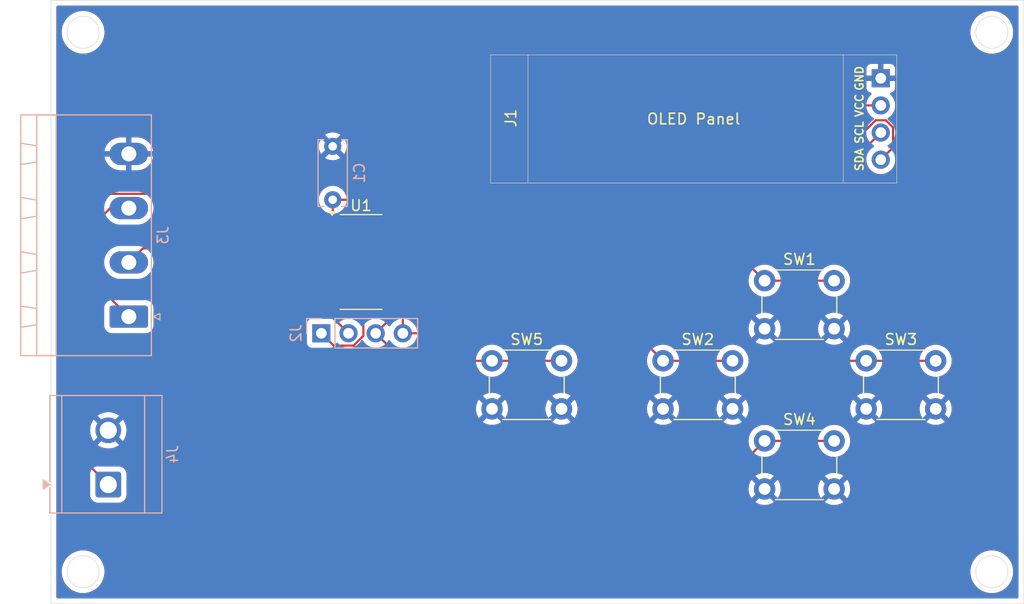
<source format=kicad_pcb>
(kicad_pcb (version 20241229) (generator "pcbnew") (generator_version "9.0")
  (layers (0 "F.Cu" signal) (2 "B.Cu" signal) (13 "F.Paste" user) (15 "B.Paste" user) (5 "F.SilkS" user "F.Silkscreen") (7 "B.SilkS" user "B.Silkscreen") (1 "F.Mask" user) (3 "B.Mask" user) (25 "Edge.Cuts" user))
  (net 0 "")
  (net 1 "+5V")
  (net 2 "GND")
  (net 3 "/OLED_SDA")
  (net 4 "/OLED_SCL")
  (net 5 "/SW3")
  (net 6 "/SW5")
  (net 7 "Net-(J2-Pin_1)")
  (net 8 "/SW4")
  (net 9 "/MUTE")
  (net 10 "/CTRL_B")
  (net 11 "/CTRL_A")
  (net 12 "/SW1")
  (net 13 "/SW2")
  (footprint "Button_Switch_THT:SW_PUSH_6mm" (layer "F.Cu") (at 166.75 82.25)
    (property "Reference" "SW1" (at 3.25 -2 0) (layer "F.SilkS"))
    (property "Value" "SW_Push")
    (fp_line (start -0.25 1.5) (end -0.25 3) (stroke (width 0.12)) (layer "F.SilkS"))
    (fp_line (start 1 5.5) (end 5.5 5.5) (stroke (width 0.12)) (layer "F.SilkS"))
    (fp_line (start 5.5 -1) (end 1 -1) (stroke (width 0.12)) (layer "F.SilkS"))
    (fp_line (start 6.75 3) (end 6.75 1.5) (stroke (width 0.12)) (layer "F.SilkS"))
    (pad "1" thru_hole circle (at 0 0 90) (size 2 2) (drill 1.1) (layers "*.Cu" "*.Mask") (net 12 "/SW1"))
    (pad "1" thru_hole circle (at 6.5 0 90) (size 2 2) (drill 1.1) (layers "*.Cu" "*.Mask") (net 12 "/SW1"))
    (pad "2" thru_hole circle (at 0 4.5 90) (size 2 2) (drill 1.1) (layers "*.Cu" "*.Mask") (net 2 "GND"))
    (pad "2" thru_hole circle (at 6.5 4.5 90) (size 2 2) (drill 1.1) (layers "*.Cu" "*.Mask") (net 2 "GND"))
  )
  (footprint "Button_Switch_THT:SW_PUSH_6mm" (layer "F.Cu") (at 141.25 89.75)
    (property "Reference" "SW5" (at 3.25 -2 0) (layer "F.SilkS"))
    (property "Value" "SW_Push")
    (fp_line (start -0.25 1.5) (end -0.25 3) (stroke (width 0.12)) (layer "F.SilkS"))
    (fp_line (start 1 5.5) (end 5.5 5.5) (stroke (width 0.12)) (layer "F.SilkS"))
    (fp_line (start 5.5 -1) (end 1 -1) (stroke (width 0.12)) (layer "F.SilkS"))
    (fp_line (start 6.75 3) (end 6.75 1.5) (stroke (width 0.12)) (layer "F.SilkS"))
    (pad "1" thru_hole circle (at 0 0 90) (size 2 2) (drill 1.1) (layers "*.Cu" "*.Mask") (net 6 "/SW5"))
    (pad "1" thru_hole circle (at 6.5 0 90) (size 2 2) (drill 1.1) (layers "*.Cu" "*.Mask") (net 6 "/SW5"))
    (pad "2" thru_hole circle (at 0 4.5 90) (size 2 2) (drill 1.1) (layers "*.Cu" "*.Mask") (net 2 "GND"))
    (pad "2" thru_hole circle (at 6.5 4.5 90) (size 2 2) (drill 1.1) (layers "*.Cu" "*.Mask") (net 2 "GND"))
  )
  (footprint "Button_Switch_THT:SW_PUSH_6mm" (layer "F.Cu") (at 157.25 89.75)
    (property "Reference" "SW2" (at 3.25 -2 0) (layer "F.SilkS"))
    (property "Value" "SW_Push")
    (fp_line (start -0.25 1.5) (end -0.25 3) (stroke (width 0.12)) (layer "F.SilkS"))
    (fp_line (start 1 5.5) (end 5.5 5.5) (stroke (width 0.12)) (layer "F.SilkS"))
    (fp_line (start 5.5 -1) (end 1 -1) (stroke (width 0.12)) (layer "F.SilkS"))
    (fp_line (start 6.75 3) (end 6.75 1.5) (stroke (width 0.12)) (layer "F.SilkS"))
    (pad "1" thru_hole circle (at 0 0 90) (size 2 2) (drill 1.1) (layers "*.Cu" "*.Mask") (net 13 "/SW2"))
    (pad "1" thru_hole circle (at 6.5 0 90) (size 2 2) (drill 1.1) (layers "*.Cu" "*.Mask") (net 13 "/SW2"))
    (pad "2" thru_hole circle (at 0 4.5 90) (size 2 2) (drill 1.1) (layers "*.Cu" "*.Mask") (net 2 "GND"))
    (pad "2" thru_hole circle (at 6.5 4.5 90) (size 2 2) (drill 1.1) (layers "*.Cu" "*.Mask") (net 2 "GND"))
  )
  (footprint "Button_Switch_THT:SW_PUSH_6mm" (layer "F.Cu") (at 166.75 97.25)
    (property "Reference" "SW4" (at 3.25 -2 0) (layer "F.SilkS"))
    (property "Value" "SW_Push")
    (fp_line (start -0.25 1.5) (end -0.25 3) (stroke (width 0.12)) (layer "F.SilkS"))
    (fp_line (start 1 5.5) (end 5.5 5.5) (stroke (width 0.12)) (layer "F.SilkS"))
    (fp_line (start 5.5 -1) (end 1 -1) (stroke (width 0.12)) (layer "F.SilkS"))
    (fp_line (start 6.75 3) (end 6.75 1.5) (stroke (width 0.12)) (layer "F.SilkS"))
    (pad "1" thru_hole circle (at 0 0 90) (size 2 2) (drill 1.1) (layers "*.Cu" "*.Mask") (net 8 "/SW4"))
    (pad "1" thru_hole circle (at 6.5 0 90) (size 2 2) (drill 1.1) (layers "*.Cu" "*.Mask") (net 8 "/SW4"))
    (pad "2" thru_hole circle (at 0 4.5 90) (size 2 2) (drill 1.1) (layers "*.Cu" "*.Mask") (net 2 "GND"))
    (pad "2" thru_hole circle (at 6.5 4.5 90) (size 2 2) (drill 1.1) (layers "*.Cu" "*.Mask") (net 2 "GND"))
  )
  (footprint "Button_Switch_THT:SW_PUSH_6mm" (layer "F.Cu") (at 176.25 89.75)
    (property "Reference" "SW3" (at 3.25 -2 0) (layer "F.SilkS"))
    (property "Value" "SW_Push")
    (fp_line (start -0.25 1.5) (end -0.25 3) (stroke (width 0.12)) (layer "F.SilkS"))
    (fp_line (start 1 5.5) (end 5.5 5.5) (stroke (width 0.12)) (layer "F.SilkS"))
    (fp_line (start 5.5 -1) (end 1 -1) (stroke (width 0.12)) (layer "F.SilkS"))
    (fp_line (start 6.75 3) (end 6.75 1.5) (stroke (width 0.12)) (layer "F.SilkS"))
    (pad "1" thru_hole circle (at 0 0 90) (size 2 2) (drill 1.1) (layers "*.Cu" "*.Mask") (net 5 "/SW3"))
    (pad "1" thru_hole circle (at 6.5 0 90) (size 2 2) (drill 1.1) (layers "*.Cu" "*.Mask") (net 5 "/SW3"))
    (pad "2" thru_hole circle (at 0 4.5 90) (size 2 2) (drill 1.1) (layers "*.Cu" "*.Mask") (net 2 "GND"))
    (pad "2" thru_hole circle (at 6.5 4.5 90) (size 2 2) (drill 1.1) (layers "*.Cu" "*.Mask") (net 2 "GND"))
  )
  (footprint "Package_SO:SOIC-14_3.9x8.7mm_P1.27mm" (layer "F.Cu") (at 129 80.5)
    (property "Reference" "U1" (at 0 -5.28 0) (layer "F.SilkS"))
    (property "Value" "ATtiny84A-SS")
    (fp_line (start 0 -4.435) (end -1.95 -4.435) (stroke (width 0.12)) (layer "F.SilkS"))
    (fp_line (start 0 -4.435) (end 1.95 -4.435) (stroke (width 0.12)) (layer "F.SilkS"))
    (fp_line (start 0 4.435) (end -1.95 4.435) (stroke (width 0.12)) (layer "F.SilkS"))
    (fp_line (start 0 4.435) (end 1.95 4.435) (stroke (width 0.12)) (layer "F.SilkS"))
    (fp_poly (pts (xy -2.7 -4.37) (xy -2.94 -4.7) (xy -2.46 -4.7)) (stroke (width 0.12)) (fill yes) (layer "F.SilkS"))
    (pad "1" smd roundrect (at -2.475 -3.81) (size 1.95 0.6) (layers "F.Cu" "F.Mask" "F.Paste") (net 1 "+5V"))
    (pad "2" smd roundrect (at -2.475 -2.54) (size 1.95 0.6) (layers "F.Cu" "F.Mask" "F.Paste") (net 11 "/CTRL_A"))
    (pad "3" smd roundrect (at -2.475 -1.27) (size 1.95 0.6) (layers "F.Cu" "F.Mask" "F.Paste") (net 10 "/CTRL_B"))
    (pad "4" smd roundrect (at -2.475 0) (size 1.95 0.6) (layers "F.Cu" "F.Mask" "F.Paste") (net 7 "Net-(J2-Pin_1)"))
    (pad "5" smd roundrect (at -2.475 1.27) (size 1.95 0.6) (layers "F.Cu" "F.Mask" "F.Paste") (net 9 "/MUTE"))
    (pad "6" smd roundrect (at -2.475 2.54) (size 1.95 0.6) (layers "F.Cu" "F.Mask" "F.Paste"))
    (pad "7" smd roundrect (at -2.475 3.81) (size 1.95 0.6) (layers "F.Cu" "F.Mask" "F.Paste") (net 6 "/SW5"))
    (pad "8" smd roundrect (at 2.475 3.81) (size 1.95 0.6) (layers "F.Cu" "F.Mask" "F.Paste") (net 8 "/SW4"))
    (pad "9" smd roundrect (at 2.475 2.54) (size 1.95 0.6) (layers "F.Cu" "F.Mask" "F.Paste") (net 5 "/SW3"))
    (pad "10" smd roundrect (at 2.475 1.27) (size 1.95 0.6) (layers "F.Cu" "F.Mask" "F.Paste") (net 13 "/SW2"))
    (pad "11" smd roundrect (at 2.475 0) (size 1.95 0.6) (layers "F.Cu" "F.Mask" "F.Paste") (net 12 "/SW1"))
    (pad "12" smd roundrect (at 2.475 -1.27) (size 1.95 0.6) (layers "F.Cu" "F.Mask" "F.Paste") (net 4 "/OLED_SCL"))
    (pad "13" smd roundrect (at 2.475 -2.54) (size 1.95 0.6) (layers "F.Cu" "F.Mask" "F.Paste") (net 3 "/OLED_SDA"))
    (pad "14" smd roundrect (at 2.475 -3.81) (size 1.95 0.6) (layers "F.Cu" "F.Mask" "F.Paste") (net 2 "GND"))
  )
  (footprint "KiCad-SSD1306-0.91-OLED-4pin-128x32:SSD1306-0.91-OLED-4pin-128x32" (layer "F.Cu") (at 141.115 61.115)
    (property "Reference" "J1" (at 1.9 5.91 90) (layer "F.SilkS"))
    (property "Value" "OLED")
    (fp_line (start 0 0) (end 0 12) (stroke (width 0.04)) (layer "F.SilkS"))
    (fp_line (start 0 12) (end 38 12) (stroke (width 0.04)) (layer "F.SilkS"))
    (fp_line (start 3.5 0) (end 3.5 12) (stroke (width 0.04)) (layer "F.SilkS"))
    (fp_line (start 33 0) (end 33 12) (stroke (width 0.04)) (layer "F.SilkS"))
    (fp_line (start 38 0) (end 0 0) (stroke (width 0.04)) (layer "F.SilkS"))
    (fp_line (start 38 12) (end 38 0) (stroke (width 0.04)) (layer "F.SilkS"))
    (fp_text user "VCC" (at 34.5 4.73 270) (layer "F.SilkS") (effects (font (size 0.75 0.75))))
    (fp_text user "SDA" (at 34.5 9.81 270) (layer "F.SilkS") (effects (font (size 0.75 0.75))))
    (fp_text user "SCL" (at 34.5 7.27 270) (layer "F.SilkS") (effects (font (size 0.75 0.75))))
    (fp_text user "OLED Panel" (at 19 6 0) (layer "F.SilkS"))
    (fp_text user "GND" (at 34.5 2.19 270) (layer "F.SilkS") (effects (font (size 0.75 0.75))))
    (pad "1" thru_hole rect (at 36.5 2.19) (size 1.7 1.7) (drill 1) (layers "*.Cu" "*.Mask") (net 2 "GND"))
    (pad "2" thru_hole oval (at 36.5 4.73) (size 1.7 1.7) (drill 1) (layers "*.Cu" "*.Mask") (net 1 "+5V"))
    (pad "3" thru_hole oval (at 36.5 7.27) (size 1.7 1.7) (drill 1) (layers "*.Cu" "*.Mask") (net 4 "/OLED_SCL"))
    (pad "4" thru_hole oval (at 36.5 9.81) (size 1.7 1.7) (drill 1) (layers "*.Cu" "*.Mask") (net 3 "/OLED_SDA"))
  )
  (footprint "Connector_Phoenix_MSTB:PhoenixContact_MSTBA_2,5_4-G-5,08_1x04_P5.08mm_Horizontal" (layer "B.Cu") (at 107.2775 85.62 90)
    (property "Reference" "J3" (at 7.62 3.2 90) (layer "B.SilkS") (effects (justify mirror)))
    (property "Value" "Screw_Terminal_01x04")
    (fp_line (start 18.89 -10.11) (end 18.89 2.11) (stroke (width 0.12)) (layer "B.SilkS"))
    (fp_line (start 16.24 -10.11) (end 15.99 -8.61) (stroke (width 0.12)) (layer "B.SilkS"))
    (fp_line (start 14.24 -10.11) (end 16.24 -10.11) (stroke (width 0.12)) (layer "B.SilkS"))
    (fp_line (start 11.16 -10.11) (end 10.91 -8.61) (stroke (width 0.12)) (layer "B.SilkS"))
    (fp_line (start 9.16 -10.11) (end 11.16 -10.11) (stroke (width 0.12)) (layer "B.SilkS"))
    (fp_line (start 6.08 -10.11) (end 5.83 -8.61) (stroke (width 0.12)) (layer "B.SilkS"))
    (fp_line (start 4.08 -10.11) (end 6.08 -10.11) (stroke (width 0.12)) (layer "B.SilkS"))
    (fp_line (start 1 -10.11) (end 0.75 -8.61) (stroke (width 0.12)) (layer "B.SilkS"))
    (fp_line (start -1 -10.11) (end 1 -10.11) (stroke (width 0.12)) (layer "B.SilkS"))
    (fp_line (start -3.65 -10.11) (end 18.89 -10.11) (stroke (width 0.12)) (layer "B.SilkS"))
    (fp_line (start 18.89 -8.61) (end -3.65 -8.61) (stroke (width 0.12)) (layer "B.SilkS"))
    (fp_line (start 15.99 -8.61) (end 14.49 -8.61) (stroke (width 0.12)) (layer "B.SilkS"))
    (fp_line (start 14.49 -8.61) (end 14.24 -10.11) (stroke (width 0.12)) (layer "B.SilkS"))
    (fp_line (start 10.91 -8.61) (end 9.41 -8.61) (stroke (width 0.12)) (layer "B.SilkS"))
    (fp_line (start 9.41 -8.61) (end 9.16 -10.11) (stroke (width 0.12)) (layer "B.SilkS"))
    (fp_line (start 5.83 -8.61) (end 4.33 -8.61) (stroke (width 0.12)) (layer "B.SilkS"))
    (fp_line (start 4.33 -8.61) (end 4.08 -10.11) (stroke (width 0.12)) (layer "B.SilkS"))
    (fp_line (start 0.75 -8.61) (end -0.75 -8.61) (stroke (width 0.12)) (layer "B.SilkS"))
    (fp_line (start -0.75 -8.61) (end -1 -10.11) (stroke (width 0.12)) (layer "B.SilkS"))
    (fp_line (start -3.65 -8.61) (end -3.65 -6.81) (stroke (width 0.12)) (layer "B.SilkS"))
    (fp_line (start 18.89 -6.81) (end 18.89 -8.61) (stroke (width 0.12)) (layer "B.SilkS"))
    (fp_line (start -3.65 -6.81) (end 18.89 -6.81) (stroke (width 0.12)) (layer "B.SilkS"))
    (fp_line (start 18.89 2.11) (end -3.65 2.11) (stroke (width 0.12)) (layer "B.SilkS"))
    (fp_line (start -3.65 2.11) (end -3.65 -10.11) (stroke (width 0.12)) (layer "B.SilkS"))
    (fp_line (start 0 2.31) (end -0.3 2.91) (stroke (width 0.12)) (layer "B.SilkS"))
    (fp_line (start 0.3 2.91) (end 0 2.31) (stroke (width 0.12)) (layer "B.SilkS"))
    (fp_line (start -0.3 2.91) (end 0.3 2.91) (stroke (width 0.12)) (layer "B.SilkS"))
    (pad "1" thru_hole roundrect (at 0 0 90) (size 2.08 3.6) (drill 1.4) (layers "*.Cu" "*.Mask") (roundrect_rratio 0.120192) (net 11 "/CTRL_A"))
    (pad "2" thru_hole oval (at 5.08 0 90) (size 2.08 3.6) (drill 1.4) (layers "*.Cu" "*.Mask") (net 10 "/CTRL_B"))
    (pad "3" thru_hole oval (at 10.16 0 90) (size 2.08 3.6) (drill 1.4) (layers "*.Cu" "*.Mask") (net 9 "/MUTE"))
    (pad "4" thru_hole oval (at 15.24 0 90) (size 2.08 3.6) (drill 1.4) (layers "*.Cu" "*.Mask") (net 2 "GND"))
  )
  (footprint "Connector_PinHeader_2.54mm:PinHeader_1x04_P2.54mm_Vertical" (layer "B.Cu") (at 125.29 87.175 -90)
    (property "Reference" "J2" (at 0 2.38 90) (layer "B.SilkS") (effects (justify mirror)))
    (property "Value" "PROGRAM")
    (fp_line (start -1.38 1.38) (end 0 1.38) (stroke (width 0.12)) (layer "B.SilkS"))
    (fp_line (start -1.38 0) (end -1.38 1.38) (stroke (width 0.12)) (layer "B.SilkS"))
    (fp_line (start -1.38 -1.27) (end 1.38 -1.27) (stroke (width 0.12)) (layer "B.SilkS"))
    (fp_line (start -1.38 -1.27) (end -1.38 -9) (stroke (width 0.12)) (layer "B.SilkS"))
    (fp_line (start 1.38 -1.27) (end 1.38 -9) (stroke (width 0.12)) (layer "B.SilkS"))
    (fp_line (start -1.38 -9) (end 1.38 -9) (stroke (width 0.12)) (layer "B.SilkS"))
    (pad "1" thru_hole rect (at 0 0 270) (size 1.7 1.7) (drill 1) (layers "*.Cu" "*.Mask") (net 7 "Net-(J2-Pin_1)"))
    (pad "2" thru_hole circle (at 0 -2.54 270) (size 1.7 1.7) (drill 1) (layers "*.Cu" "*.Mask") (net 6 "/SW5"))
    (pad "3" thru_hole circle (at 0 -5.08 270) (size 1.7 1.7) (drill 1) (layers "*.Cu" "*.Mask") (net 8 "/SW4"))
    (pad "4" thru_hole circle (at 0 -7.62 270) (size 1.7 1.7) (drill 1) (layers "*.Cu" "*.Mask") (net 5 "/SW3"))
  )
  (footprint "Capacitor_THT:C_Disc_D6.0mm_W2.5mm_P5.00mm" (layer "B.Cu") (at 126.35 74.675 90)
    (property "Reference" "C1" (at 2.5 2.5 90) (layer "B.SilkS") (effects (justify mirror)))
    (property "Value" "100nF")
    (fp_line (start -0.62 -1.37) (end 5.62 -1.37) (stroke (width 0.12)) (layer "B.SilkS"))
    (fp_line (start 5.62 -0.835) (end 5.62 -1.37) (stroke (width 0.12)) (layer "B.SilkS"))
    (fp_line (start -0.62 -0.835) (end -0.62 -1.37) (stroke (width 0.12)) (layer "B.SilkS"))
    (fp_line (start 5.62 1.37) (end 5.62 0.835) (stroke (width 0.12)) (layer "B.SilkS"))
    (fp_line (start -0.62 1.37) (end -0.62 0.835) (stroke (width 0.12)) (layer "B.SilkS"))
    (fp_line (start -0.62 1.37) (end 5.62 1.37) (stroke (width 0.12)) (layer "B.SilkS"))
    (pad "1" thru_hole circle (at 0 0 90) (size 1.6 1.6) (drill 0.8) (layers "*.Cu" "*.Mask") (net 1 "+5V"))
    (pad "2" thru_hole circle (at 5 0 90) (size 1.6 1.6) (drill 0.8) (layers "*.Cu" "*.Mask") (net 2 "GND"))
  )
  (footprint "TerminalBlock_CUI:TerminalBlock_CUI_TB007-508-02_1x02_P5.08mm_Horizontal" (layer "B.Cu") (at 105.3575 101.34 90)
    (property "Reference" "J4" (at 2.84 6.02 90) (layer "B.SilkS") (effects (justify mirror)))
    (property "Value" "Screw_Terminal_01x02")
    (fp_line (start 0.3 -5.47) (end 8.34 -5.47) (stroke (width 0.12)) (layer "B.SilkS"))
    (fp_line (start -2.66 -5.47) (end -0.3 -5.47) (stroke (width 0.12)) (layer "B.SilkS"))
    (fp_line (start -2.66 -4.35) (end 8.34 -4.35) (stroke (width 0.12)) (layer "B.SilkS"))
    (fp_line (start -2.66 3.4) (end 8.34 3.4) (stroke (width 0.12)) (layer "B.SilkS"))
    (fp_line (start 8.34 5.02) (end 8.34 -5.47) (stroke (width 0.12)) (layer "B.SilkS"))
    (fp_line (start -2.66 5.02) (end -2.66 -5.47) (stroke (width 0.12)) (layer "B.SilkS"))
    (fp_line (start -2.66 5.02) (end 8.34 5.02) (stroke (width 0.12)) (layer "B.SilkS"))
    (fp_poly (pts (xy 0 -5.47) (xy 0.44 -6.08) (xy -0.44 -6.08)) (stroke (width 0.12)) (fill yes) (layer "B.SilkS"))
    (pad "1" thru_hole roundrect (at 0 0 90) (size 2.4 2.4) (drill 1.6) (layers "*.Cu" "*.Mask") (roundrect_rratio 0.104167) (net 1 "+5V"))
    (pad "2" thru_hole circle (at 5.08 0 90) (size 2.4 2.4) (drill 1.6) (layers "*.Cu" "*.Mask") (net 2 "GND"))
  )
  (gr_circle (center 188 109.5) (end 188 111) (stroke (width 0.05)) (fill no) (layer "Edge.Cuts"))
  (gr_rect (start 100 56) (end 191 112.5) (stroke (width 0.05)) (fill no) (layer "Edge.Cuts"))
  (gr_circle (center 103 59) (end 103 60.5) (stroke (width 0.05)) (fill no) (layer "Edge.Cuts"))
  (gr_circle (center 103 109.5) (end 103 111) (stroke (width 0.05)) (fill no) (layer "Edge.Cuts"))
  (gr_circle (center 188 59) (end 188 60.5) (stroke (width 0.05)) (fill no) (layer "Edge.Cuts"))
  (segment (start 123.69 76.69) (end 126.525 76.69) (width 0.2) (layer "F.Cu") (net 1))
  (segment (start 102 75.5) (end 103.381 74.119) (width 0.2) (layer "F.Cu") (net 1))
  (segment (start 126.35 76.515) (end 126.525 76.69) (width 0.2) (layer "F.Cu") (net 1))
  (segment (start 121.119 74.119) (end 123.69 76.69) (width 0.2) (layer "F.Cu") (net 1))
  (segment (start 126.35 74.675) (end 166.825 74.675) (width 0.2) (layer "F.Cu") (net 1))
  (segment (start 105.3575 101.34) (end 102 97.9825) (width 0.2) (layer "F.Cu") (net 1))
  (segment (start 175.655 65.845) (end 177.615 65.845) (width 0.2) (layer "F.Cu") (net 1))
  (segment (start 126.35 74.675) (end 126.35 76.515) (width 0.2) (layer "F.Cu") (net 1))
  (segment (start 103.381 74.119) (end 121.119 74.119) (width 0.2) (layer "F.Cu") (net 1))
  (segment (start 102 97.9825) (end 102 75.5) (width 0.2) (layer "F.Cu") (net 1))
  (segment (start 166.825 74.675) (end 175.655 65.845) (width 0.2) (layer "F.Cu") (net 1))
  (segment (start 166.41224 77.96) (end 131.475 77.96) (width 0.2) (layer "F.Cu") (net 3))
  (segment (start 178.09176 67.234) (end 177.13824 67.234) (width 0.2) (layer "F.Cu") (net 3))
  (segment (start 178.766 69.774) (end 178.766 67.90824) (width 0.2) (layer "F.Cu") (net 3))
  (segment (start 178.766 67.90824) (end 178.09176 67.234) (width 0.2) (layer "F.Cu") (net 3))
  (segment (start 177.13824 67.234) (end 166.41224 77.96) (width 0.2) (layer "F.Cu") (net 3))
  (segment (start 177.615 70.925) (end 178.766 69.774) (width 0.2) (layer "F.Cu") (net 3))
  (segment (start 166.77 79.23) (end 131.475 79.23) (width 0.2) (layer "F.Cu") (net 4))
  (segment (start 177.615 68.385) (end 166.77 79.23) (width 0.2) (layer "F.Cu") (net 4))
  (segment (start 132.91 87.175) (end 132.91 83.500001) (width 0.2) (layer "F.Cu") (net 5))
  (segment (start 151.675 87.175) (end 153.5 89) (width 0.2) (layer "F.Cu") (net 5))
  (segment (start 153.5 89) (end 153.5 95.5) (width 0.2) (layer "F.Cu") (net 5))
  (segment (start 170.75 89.75) (end 176.25 89.75) (width 0.2) (layer "F.Cu") (net 5))
  (segment (start 163 97.5) (end 170.75 89.75) (width 0.2) (layer "F.Cu") (net 5))
  (segment (start 132.91 87.175) (end 151.675 87.175) (width 0.2) (layer "F.Cu") (net 5))
  (segment (start 132.91 83.500001) (end 132.449999 83.04) (width 0.2) (layer "F.Cu") (net 5))
  (segment (start 176.25 89.75) (end 182.75 89.75) (width 0.2) (layer "F.Cu") (net 5))
  (segment (start 153.5 95.5) (end 155.5 97.5) (width 0.2) (layer "F.Cu") (net 5))
  (segment (start 132.449999 83.04) (end 131.475 83.04) (width 0.2) (layer "F.Cu") (net 5))
  (segment (start 155.5 97.5) (end 163 97.5) (width 0.2) (layer "F.Cu") (net 5))
  (segment (start 141.25 89.75) (end 123.25 89.75) (width 0.2) (layer "F.Cu") (net 6))
  (segment (start 141.25 89.75) (end 147.75 89.75) (width 0.2) (layer "F.Cu") (net 6))
  (segment (start 127.83 87.175) (end 126.525 85.87) (width 0.2) (layer "F.Cu") (net 6))
  (segment (start 124.19 84.31) (end 126.525 84.31) (width 0.2) (layer "F.Cu") (net 6))
  (segment (start 122.5 89) (end 122.5 86) (width 0.2) (layer "F.Cu") (net 6))
  (segment (start 126.525 85.87) (end 126.525 84.31) (width 0.2) (layer "F.Cu") (net 6))
  (segment (start 123.25 89.75) (end 122.5 89) (width 0.2) (layer "F.Cu") (net 6))
  (segment (start 122.5 86) (end 124.19 84.31) (width 0.2) (layer "F.Cu") (net 6))
  (segment (start 125.29 87.175) (end 126.441 88.326) (width 0.2) (layer "F.Cu") (net 7))
  (segment (start 128.115 80.5) (end 126.525 80.5) (width 0.2) (layer "F.Cu") (net 7))
  (segment (start 128.30676 88.326) (end 129.219 87.41376) (width 0.2) (layer "F.Cu") (net 7))
  (segment (start 129.219 81.604) (end 128.115 80.5) (width 0.2) (layer "F.Cu") (net 7))
  (segment (start 126.441 88.326) (end 128.30676 88.326) (width 0.2) (layer "F.Cu") (net 7))
  (segment (start 129.219 87.41376) (end 129.219 81.604) (width 0.2) (layer "F.Cu") (net 7))
  (segment (start 155 98.5) (end 152.5 96) (width 0.2) (layer "F.Cu") (net 8))
  (segment (start 166.75 97.25) (end 173.25 97.25) (width 0.2) (layer "F.Cu") (net 8))
  (segment (start 166.75 97.25) (end 165.5 98.5) (width 0.2) (layer "F.Cu") (net 8))
  (segment (start 138.5 88) (end 137.5 89) (width 0.2) (layer "F.Cu") (net 8))
  (segment (start 130.37 87.175) (end 131.475 86.07) (width 0.2) (layer "F.Cu") (net 8))
  (segment (start 137.5 89) (end 132.195 89) (width 0.2) (layer "F.Cu") (net 8))
  (segment (start 165.5 98.5) (end 155 98.5) (width 0.2) (layer "F.Cu") (net 8))
  (segment (start 132.195 89) (end 130.37 87.175) (width 0.2) (layer "F.Cu") (net 8))
  (segment (start 152.5 96) (end 152.5 90) (width 0.2) (layer "F.Cu") (net 8))
  (segment (start 131.475 86.07) (end 131.475 84.31) (width 0.2) (layer "F.Cu") (net 8))
  (segment (start 150.5 88) (end 138.5 88) (width 0.2) (layer "F.Cu") (net 8))
  (segment (start 152.5 90) (end 150.5 88) (width 0.2) (layer "F.Cu") (net 8))
  (segment (start 105.54 75.46) (end 103 78) (width 0.2) (layer "F.Cu") (net 9))
  (segment (start 105 88) (end 115 88) (width 0.2) (layer "F.Cu") (net 9))
  (segment (start 107.2775 75.46) (end 105.54 75.46) (width 0.2) (layer "F.Cu") (net 9))
  (segment (start 103 78) (end 103 86) (width 0.2) (layer "F.Cu") (net 9))
  (segment (start 121.23 81.77) (end 126.525 81.77) (width 0.2) (layer "F.Cu") (net 9))
  (segment (start 115 88) (end 121.23 81.77) (width 0.2) (layer "F.Cu") (net 9))
  (segment (start 103 86) (end 105 88) (width 0.2) (layer "F.Cu") (net 9))
  (segment (start 107.2775 80.54) (end 108.5875 79.23) (width 0.2) (layer "F.Cu") (net 10))
  (segment (start 108.5875 79.23) (end 126.525 79.23) (width 0.2) (layer "F.Cu") (net 10))
  (segment (start 104 82.3425) (end 104 79) (width 0.2) (layer "F.Cu") (net 11))
  (segment (start 104 79) (end 105.04 77.96) (width 0.2) (layer "F.Cu") (net 11))
  (segment (start 107.2775 85.62) (end 104 82.3425) (width 0.2) (layer "F.Cu") (net 11))
  (segment (start 105.04 77.96) (end 126.525 77.96) (width 0.2) (layer "F.Cu") (net 11))
  (segment (start 165 80.5) (end 131.475 80.5) (width 0.2) (layer "F.Cu") (net 12))
  (segment (start 166.75 82.25) (end 165 80.5) (width 0.2) (layer "F.Cu") (net 12))
  (segment (start 166.75 82.25) (end 173.25 82.25) (width 0.2) (layer "F.Cu") (net 12))
  (segment (start 157.25 89.75) (end 163.75 89.75) (width 0.2) (layer "F.Cu") (net 13))
  (segment (start 157.25 89.75) (end 149.27 81.77) (width 0.2) (layer "F.Cu") (net 13))
  (segment (start 149.27 81.77) (end 131.475 81.77) (width 0.2) (layer "F.Cu") (net 13))
  (zone (net 2) (net_name "GND") (layer "F.Cu") (connect_pads (clearance 0.5)) (min_thickness 0.25) (fill yes (thermal_gap 0.5) (thermal_bridge_width 0.5))
    (polygon (pts (xy 190.5 56.5) (xy 190.5 112) (xy 100.5 112) (xy 100.5 56.5)))
  )
  (zone (net 2) (net_name "GND") (layer "B.Cu") (priority 1) (connect_pads (clearance 0.5)) (min_thickness 0.25) (fill yes (thermal_gap 0.5) (thermal_bridge_width 0.5))
    (polygon (pts (xy 190.5 56.5) (xy 190.5 112) (xy 100.5 112) (xy 100.5 56.5)))
  )
)
</source>
